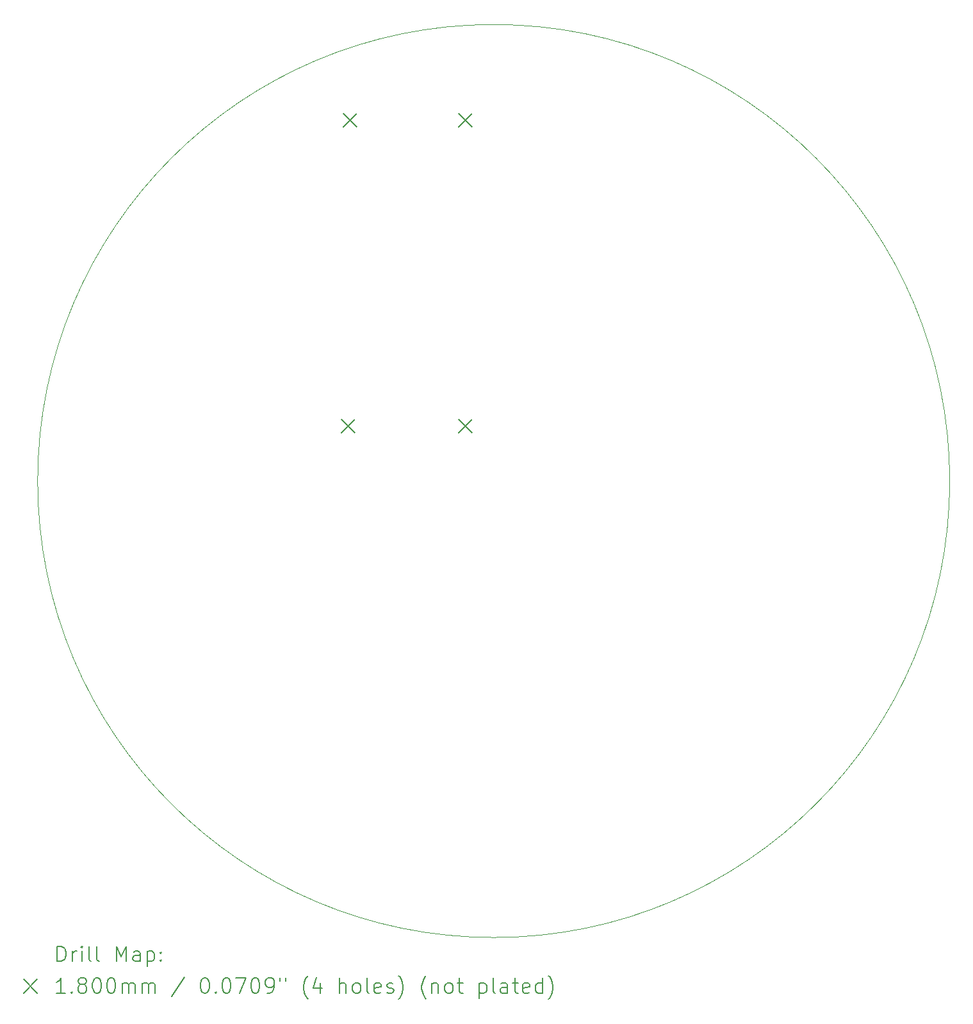
<source format=gbr>
%TF.GenerationSoftware,KiCad,Pcbnew,8.0.7*%
%TF.CreationDate,2024-12-23T22:21:44+05:30*%
%TF.ProjectId,PCB,5043422e-6b69-4636-9164-5f7063625858,rev?*%
%TF.SameCoordinates,Original*%
%TF.FileFunction,Drillmap*%
%TF.FilePolarity,Positive*%
%FSLAX45Y45*%
G04 Gerber Fmt 4.5, Leading zero omitted, Abs format (unit mm)*
G04 Created by KiCad (PCBNEW 8.0.7) date 2024-12-23 22:21:44*
%MOMM*%
%LPD*%
G01*
G04 APERTURE LIST*
%ADD10C,0.050000*%
%ADD11C,0.200000*%
%ADD12C,0.180000*%
G04 APERTURE END LIST*
D10*
X21250000Y-9350000D02*
G75*
G02*
X9194711Y-9350000I-6027645J0D01*
G01*
X9194711Y-9350000D02*
G75*
G02*
X21250000Y-9350000I6027645J0D01*
G01*
D11*
D12*
X13210600Y-8536000D02*
X13390600Y-8716000D01*
X13390600Y-8536000D02*
X13210600Y-8716000D01*
X13236000Y-4497400D02*
X13416000Y-4677400D01*
X13416000Y-4497400D02*
X13236000Y-4677400D01*
X14760000Y-4497400D02*
X14940000Y-4677400D01*
X14940000Y-4497400D02*
X14760000Y-4677400D01*
X14760000Y-8536000D02*
X14940000Y-8716000D01*
X14940000Y-8536000D02*
X14760000Y-8716000D01*
D11*
X9452988Y-15691628D02*
X9452988Y-15491628D01*
X9452988Y-15491628D02*
X9500607Y-15491628D01*
X9500607Y-15491628D02*
X9529178Y-15501152D01*
X9529178Y-15501152D02*
X9548226Y-15520200D01*
X9548226Y-15520200D02*
X9557750Y-15539247D01*
X9557750Y-15539247D02*
X9567273Y-15577343D01*
X9567273Y-15577343D02*
X9567273Y-15605914D01*
X9567273Y-15605914D02*
X9557750Y-15644009D01*
X9557750Y-15644009D02*
X9548226Y-15663057D01*
X9548226Y-15663057D02*
X9529178Y-15682105D01*
X9529178Y-15682105D02*
X9500607Y-15691628D01*
X9500607Y-15691628D02*
X9452988Y-15691628D01*
X9652988Y-15691628D02*
X9652988Y-15558295D01*
X9652988Y-15596390D02*
X9662511Y-15577343D01*
X9662511Y-15577343D02*
X9672035Y-15567819D01*
X9672035Y-15567819D02*
X9691083Y-15558295D01*
X9691083Y-15558295D02*
X9710131Y-15558295D01*
X9776797Y-15691628D02*
X9776797Y-15558295D01*
X9776797Y-15491628D02*
X9767273Y-15501152D01*
X9767273Y-15501152D02*
X9776797Y-15510676D01*
X9776797Y-15510676D02*
X9786321Y-15501152D01*
X9786321Y-15501152D02*
X9776797Y-15491628D01*
X9776797Y-15491628D02*
X9776797Y-15510676D01*
X9900607Y-15691628D02*
X9881559Y-15682105D01*
X9881559Y-15682105D02*
X9872035Y-15663057D01*
X9872035Y-15663057D02*
X9872035Y-15491628D01*
X10005369Y-15691628D02*
X9986321Y-15682105D01*
X9986321Y-15682105D02*
X9976797Y-15663057D01*
X9976797Y-15663057D02*
X9976797Y-15491628D01*
X10233940Y-15691628D02*
X10233940Y-15491628D01*
X10233940Y-15491628D02*
X10300607Y-15634485D01*
X10300607Y-15634485D02*
X10367273Y-15491628D01*
X10367273Y-15491628D02*
X10367273Y-15691628D01*
X10548226Y-15691628D02*
X10548226Y-15586866D01*
X10548226Y-15586866D02*
X10538702Y-15567819D01*
X10538702Y-15567819D02*
X10519654Y-15558295D01*
X10519654Y-15558295D02*
X10481559Y-15558295D01*
X10481559Y-15558295D02*
X10462511Y-15567819D01*
X10548226Y-15682105D02*
X10529178Y-15691628D01*
X10529178Y-15691628D02*
X10481559Y-15691628D01*
X10481559Y-15691628D02*
X10462511Y-15682105D01*
X10462511Y-15682105D02*
X10452988Y-15663057D01*
X10452988Y-15663057D02*
X10452988Y-15644009D01*
X10452988Y-15644009D02*
X10462511Y-15624962D01*
X10462511Y-15624962D02*
X10481559Y-15615438D01*
X10481559Y-15615438D02*
X10529178Y-15615438D01*
X10529178Y-15615438D02*
X10548226Y-15605914D01*
X10643464Y-15558295D02*
X10643464Y-15758295D01*
X10643464Y-15567819D02*
X10662511Y-15558295D01*
X10662511Y-15558295D02*
X10700607Y-15558295D01*
X10700607Y-15558295D02*
X10719654Y-15567819D01*
X10719654Y-15567819D02*
X10729178Y-15577343D01*
X10729178Y-15577343D02*
X10738702Y-15596390D01*
X10738702Y-15596390D02*
X10738702Y-15653533D01*
X10738702Y-15653533D02*
X10729178Y-15672581D01*
X10729178Y-15672581D02*
X10719654Y-15682105D01*
X10719654Y-15682105D02*
X10700607Y-15691628D01*
X10700607Y-15691628D02*
X10662511Y-15691628D01*
X10662511Y-15691628D02*
X10643464Y-15682105D01*
X10824416Y-15672581D02*
X10833940Y-15682105D01*
X10833940Y-15682105D02*
X10824416Y-15691628D01*
X10824416Y-15691628D02*
X10814892Y-15682105D01*
X10814892Y-15682105D02*
X10824416Y-15672581D01*
X10824416Y-15672581D02*
X10824416Y-15691628D01*
X10824416Y-15567819D02*
X10833940Y-15577343D01*
X10833940Y-15577343D02*
X10824416Y-15586866D01*
X10824416Y-15586866D02*
X10814892Y-15577343D01*
X10814892Y-15577343D02*
X10824416Y-15567819D01*
X10824416Y-15567819D02*
X10824416Y-15586866D01*
D12*
X9012211Y-15930145D02*
X9192211Y-16110145D01*
X9192211Y-15930145D02*
X9012211Y-16110145D01*
D11*
X9557750Y-16111628D02*
X9443464Y-16111628D01*
X9500607Y-16111628D02*
X9500607Y-15911628D01*
X9500607Y-15911628D02*
X9481559Y-15940200D01*
X9481559Y-15940200D02*
X9462511Y-15959247D01*
X9462511Y-15959247D02*
X9443464Y-15968771D01*
X9643464Y-16092581D02*
X9652988Y-16102105D01*
X9652988Y-16102105D02*
X9643464Y-16111628D01*
X9643464Y-16111628D02*
X9633940Y-16102105D01*
X9633940Y-16102105D02*
X9643464Y-16092581D01*
X9643464Y-16092581D02*
X9643464Y-16111628D01*
X9767273Y-15997343D02*
X9748226Y-15987819D01*
X9748226Y-15987819D02*
X9738702Y-15978295D01*
X9738702Y-15978295D02*
X9729178Y-15959247D01*
X9729178Y-15959247D02*
X9729178Y-15949724D01*
X9729178Y-15949724D02*
X9738702Y-15930676D01*
X9738702Y-15930676D02*
X9748226Y-15921152D01*
X9748226Y-15921152D02*
X9767273Y-15911628D01*
X9767273Y-15911628D02*
X9805369Y-15911628D01*
X9805369Y-15911628D02*
X9824416Y-15921152D01*
X9824416Y-15921152D02*
X9833940Y-15930676D01*
X9833940Y-15930676D02*
X9843464Y-15949724D01*
X9843464Y-15949724D02*
X9843464Y-15959247D01*
X9843464Y-15959247D02*
X9833940Y-15978295D01*
X9833940Y-15978295D02*
X9824416Y-15987819D01*
X9824416Y-15987819D02*
X9805369Y-15997343D01*
X9805369Y-15997343D02*
X9767273Y-15997343D01*
X9767273Y-15997343D02*
X9748226Y-16006866D01*
X9748226Y-16006866D02*
X9738702Y-16016390D01*
X9738702Y-16016390D02*
X9729178Y-16035438D01*
X9729178Y-16035438D02*
X9729178Y-16073533D01*
X9729178Y-16073533D02*
X9738702Y-16092581D01*
X9738702Y-16092581D02*
X9748226Y-16102105D01*
X9748226Y-16102105D02*
X9767273Y-16111628D01*
X9767273Y-16111628D02*
X9805369Y-16111628D01*
X9805369Y-16111628D02*
X9824416Y-16102105D01*
X9824416Y-16102105D02*
X9833940Y-16092581D01*
X9833940Y-16092581D02*
X9843464Y-16073533D01*
X9843464Y-16073533D02*
X9843464Y-16035438D01*
X9843464Y-16035438D02*
X9833940Y-16016390D01*
X9833940Y-16016390D02*
X9824416Y-16006866D01*
X9824416Y-16006866D02*
X9805369Y-15997343D01*
X9967273Y-15911628D02*
X9986321Y-15911628D01*
X9986321Y-15911628D02*
X10005369Y-15921152D01*
X10005369Y-15921152D02*
X10014892Y-15930676D01*
X10014892Y-15930676D02*
X10024416Y-15949724D01*
X10024416Y-15949724D02*
X10033940Y-15987819D01*
X10033940Y-15987819D02*
X10033940Y-16035438D01*
X10033940Y-16035438D02*
X10024416Y-16073533D01*
X10024416Y-16073533D02*
X10014892Y-16092581D01*
X10014892Y-16092581D02*
X10005369Y-16102105D01*
X10005369Y-16102105D02*
X9986321Y-16111628D01*
X9986321Y-16111628D02*
X9967273Y-16111628D01*
X9967273Y-16111628D02*
X9948226Y-16102105D01*
X9948226Y-16102105D02*
X9938702Y-16092581D01*
X9938702Y-16092581D02*
X9929178Y-16073533D01*
X9929178Y-16073533D02*
X9919654Y-16035438D01*
X9919654Y-16035438D02*
X9919654Y-15987819D01*
X9919654Y-15987819D02*
X9929178Y-15949724D01*
X9929178Y-15949724D02*
X9938702Y-15930676D01*
X9938702Y-15930676D02*
X9948226Y-15921152D01*
X9948226Y-15921152D02*
X9967273Y-15911628D01*
X10157750Y-15911628D02*
X10176797Y-15911628D01*
X10176797Y-15911628D02*
X10195845Y-15921152D01*
X10195845Y-15921152D02*
X10205369Y-15930676D01*
X10205369Y-15930676D02*
X10214892Y-15949724D01*
X10214892Y-15949724D02*
X10224416Y-15987819D01*
X10224416Y-15987819D02*
X10224416Y-16035438D01*
X10224416Y-16035438D02*
X10214892Y-16073533D01*
X10214892Y-16073533D02*
X10205369Y-16092581D01*
X10205369Y-16092581D02*
X10195845Y-16102105D01*
X10195845Y-16102105D02*
X10176797Y-16111628D01*
X10176797Y-16111628D02*
X10157750Y-16111628D01*
X10157750Y-16111628D02*
X10138702Y-16102105D01*
X10138702Y-16102105D02*
X10129178Y-16092581D01*
X10129178Y-16092581D02*
X10119654Y-16073533D01*
X10119654Y-16073533D02*
X10110131Y-16035438D01*
X10110131Y-16035438D02*
X10110131Y-15987819D01*
X10110131Y-15987819D02*
X10119654Y-15949724D01*
X10119654Y-15949724D02*
X10129178Y-15930676D01*
X10129178Y-15930676D02*
X10138702Y-15921152D01*
X10138702Y-15921152D02*
X10157750Y-15911628D01*
X10310131Y-16111628D02*
X10310131Y-15978295D01*
X10310131Y-15997343D02*
X10319654Y-15987819D01*
X10319654Y-15987819D02*
X10338702Y-15978295D01*
X10338702Y-15978295D02*
X10367273Y-15978295D01*
X10367273Y-15978295D02*
X10386321Y-15987819D01*
X10386321Y-15987819D02*
X10395845Y-16006866D01*
X10395845Y-16006866D02*
X10395845Y-16111628D01*
X10395845Y-16006866D02*
X10405369Y-15987819D01*
X10405369Y-15987819D02*
X10424416Y-15978295D01*
X10424416Y-15978295D02*
X10452988Y-15978295D01*
X10452988Y-15978295D02*
X10472035Y-15987819D01*
X10472035Y-15987819D02*
X10481559Y-16006866D01*
X10481559Y-16006866D02*
X10481559Y-16111628D01*
X10576797Y-16111628D02*
X10576797Y-15978295D01*
X10576797Y-15997343D02*
X10586321Y-15987819D01*
X10586321Y-15987819D02*
X10605369Y-15978295D01*
X10605369Y-15978295D02*
X10633940Y-15978295D01*
X10633940Y-15978295D02*
X10652988Y-15987819D01*
X10652988Y-15987819D02*
X10662512Y-16006866D01*
X10662512Y-16006866D02*
X10662512Y-16111628D01*
X10662512Y-16006866D02*
X10672035Y-15987819D01*
X10672035Y-15987819D02*
X10691083Y-15978295D01*
X10691083Y-15978295D02*
X10719654Y-15978295D01*
X10719654Y-15978295D02*
X10738702Y-15987819D01*
X10738702Y-15987819D02*
X10748226Y-16006866D01*
X10748226Y-16006866D02*
X10748226Y-16111628D01*
X11138702Y-15902105D02*
X10967274Y-16159247D01*
X11395845Y-15911628D02*
X11414893Y-15911628D01*
X11414893Y-15911628D02*
X11433940Y-15921152D01*
X11433940Y-15921152D02*
X11443464Y-15930676D01*
X11443464Y-15930676D02*
X11452988Y-15949724D01*
X11452988Y-15949724D02*
X11462512Y-15987819D01*
X11462512Y-15987819D02*
X11462512Y-16035438D01*
X11462512Y-16035438D02*
X11452988Y-16073533D01*
X11452988Y-16073533D02*
X11443464Y-16092581D01*
X11443464Y-16092581D02*
X11433940Y-16102105D01*
X11433940Y-16102105D02*
X11414893Y-16111628D01*
X11414893Y-16111628D02*
X11395845Y-16111628D01*
X11395845Y-16111628D02*
X11376797Y-16102105D01*
X11376797Y-16102105D02*
X11367273Y-16092581D01*
X11367273Y-16092581D02*
X11357750Y-16073533D01*
X11357750Y-16073533D02*
X11348226Y-16035438D01*
X11348226Y-16035438D02*
X11348226Y-15987819D01*
X11348226Y-15987819D02*
X11357750Y-15949724D01*
X11357750Y-15949724D02*
X11367273Y-15930676D01*
X11367273Y-15930676D02*
X11376797Y-15921152D01*
X11376797Y-15921152D02*
X11395845Y-15911628D01*
X11548226Y-16092581D02*
X11557750Y-16102105D01*
X11557750Y-16102105D02*
X11548226Y-16111628D01*
X11548226Y-16111628D02*
X11538702Y-16102105D01*
X11538702Y-16102105D02*
X11548226Y-16092581D01*
X11548226Y-16092581D02*
X11548226Y-16111628D01*
X11681559Y-15911628D02*
X11700607Y-15911628D01*
X11700607Y-15911628D02*
X11719654Y-15921152D01*
X11719654Y-15921152D02*
X11729178Y-15930676D01*
X11729178Y-15930676D02*
X11738702Y-15949724D01*
X11738702Y-15949724D02*
X11748226Y-15987819D01*
X11748226Y-15987819D02*
X11748226Y-16035438D01*
X11748226Y-16035438D02*
X11738702Y-16073533D01*
X11738702Y-16073533D02*
X11729178Y-16092581D01*
X11729178Y-16092581D02*
X11719654Y-16102105D01*
X11719654Y-16102105D02*
X11700607Y-16111628D01*
X11700607Y-16111628D02*
X11681559Y-16111628D01*
X11681559Y-16111628D02*
X11662512Y-16102105D01*
X11662512Y-16102105D02*
X11652988Y-16092581D01*
X11652988Y-16092581D02*
X11643464Y-16073533D01*
X11643464Y-16073533D02*
X11633940Y-16035438D01*
X11633940Y-16035438D02*
X11633940Y-15987819D01*
X11633940Y-15987819D02*
X11643464Y-15949724D01*
X11643464Y-15949724D02*
X11652988Y-15930676D01*
X11652988Y-15930676D02*
X11662512Y-15921152D01*
X11662512Y-15921152D02*
X11681559Y-15911628D01*
X11814893Y-15911628D02*
X11948226Y-15911628D01*
X11948226Y-15911628D02*
X11862512Y-16111628D01*
X12062512Y-15911628D02*
X12081559Y-15911628D01*
X12081559Y-15911628D02*
X12100607Y-15921152D01*
X12100607Y-15921152D02*
X12110131Y-15930676D01*
X12110131Y-15930676D02*
X12119654Y-15949724D01*
X12119654Y-15949724D02*
X12129178Y-15987819D01*
X12129178Y-15987819D02*
X12129178Y-16035438D01*
X12129178Y-16035438D02*
X12119654Y-16073533D01*
X12119654Y-16073533D02*
X12110131Y-16092581D01*
X12110131Y-16092581D02*
X12100607Y-16102105D01*
X12100607Y-16102105D02*
X12081559Y-16111628D01*
X12081559Y-16111628D02*
X12062512Y-16111628D01*
X12062512Y-16111628D02*
X12043464Y-16102105D01*
X12043464Y-16102105D02*
X12033940Y-16092581D01*
X12033940Y-16092581D02*
X12024416Y-16073533D01*
X12024416Y-16073533D02*
X12014893Y-16035438D01*
X12014893Y-16035438D02*
X12014893Y-15987819D01*
X12014893Y-15987819D02*
X12024416Y-15949724D01*
X12024416Y-15949724D02*
X12033940Y-15930676D01*
X12033940Y-15930676D02*
X12043464Y-15921152D01*
X12043464Y-15921152D02*
X12062512Y-15911628D01*
X12224416Y-16111628D02*
X12262512Y-16111628D01*
X12262512Y-16111628D02*
X12281559Y-16102105D01*
X12281559Y-16102105D02*
X12291083Y-16092581D01*
X12291083Y-16092581D02*
X12310131Y-16064009D01*
X12310131Y-16064009D02*
X12319654Y-16025914D01*
X12319654Y-16025914D02*
X12319654Y-15949724D01*
X12319654Y-15949724D02*
X12310131Y-15930676D01*
X12310131Y-15930676D02*
X12300607Y-15921152D01*
X12300607Y-15921152D02*
X12281559Y-15911628D01*
X12281559Y-15911628D02*
X12243464Y-15911628D01*
X12243464Y-15911628D02*
X12224416Y-15921152D01*
X12224416Y-15921152D02*
X12214893Y-15930676D01*
X12214893Y-15930676D02*
X12205369Y-15949724D01*
X12205369Y-15949724D02*
X12205369Y-15997343D01*
X12205369Y-15997343D02*
X12214893Y-16016390D01*
X12214893Y-16016390D02*
X12224416Y-16025914D01*
X12224416Y-16025914D02*
X12243464Y-16035438D01*
X12243464Y-16035438D02*
X12281559Y-16035438D01*
X12281559Y-16035438D02*
X12300607Y-16025914D01*
X12300607Y-16025914D02*
X12310131Y-16016390D01*
X12310131Y-16016390D02*
X12319654Y-15997343D01*
X12395845Y-15911628D02*
X12395845Y-15949724D01*
X12472035Y-15911628D02*
X12472035Y-15949724D01*
X12767274Y-16187819D02*
X12757750Y-16178295D01*
X12757750Y-16178295D02*
X12738702Y-16149724D01*
X12738702Y-16149724D02*
X12729178Y-16130676D01*
X12729178Y-16130676D02*
X12719655Y-16102105D01*
X12719655Y-16102105D02*
X12710131Y-16054485D01*
X12710131Y-16054485D02*
X12710131Y-16016390D01*
X12710131Y-16016390D02*
X12719655Y-15968771D01*
X12719655Y-15968771D02*
X12729178Y-15940200D01*
X12729178Y-15940200D02*
X12738702Y-15921152D01*
X12738702Y-15921152D02*
X12757750Y-15892581D01*
X12757750Y-15892581D02*
X12767274Y-15883057D01*
X12929178Y-15978295D02*
X12929178Y-16111628D01*
X12881559Y-15902105D02*
X12833940Y-16044962D01*
X12833940Y-16044962D02*
X12957750Y-16044962D01*
X13186321Y-16111628D02*
X13186321Y-15911628D01*
X13272036Y-16111628D02*
X13272036Y-16006866D01*
X13272036Y-16006866D02*
X13262512Y-15987819D01*
X13262512Y-15987819D02*
X13243464Y-15978295D01*
X13243464Y-15978295D02*
X13214893Y-15978295D01*
X13214893Y-15978295D02*
X13195845Y-15987819D01*
X13195845Y-15987819D02*
X13186321Y-15997343D01*
X13395845Y-16111628D02*
X13376797Y-16102105D01*
X13376797Y-16102105D02*
X13367274Y-16092581D01*
X13367274Y-16092581D02*
X13357750Y-16073533D01*
X13357750Y-16073533D02*
X13357750Y-16016390D01*
X13357750Y-16016390D02*
X13367274Y-15997343D01*
X13367274Y-15997343D02*
X13376797Y-15987819D01*
X13376797Y-15987819D02*
X13395845Y-15978295D01*
X13395845Y-15978295D02*
X13424417Y-15978295D01*
X13424417Y-15978295D02*
X13443464Y-15987819D01*
X13443464Y-15987819D02*
X13452988Y-15997343D01*
X13452988Y-15997343D02*
X13462512Y-16016390D01*
X13462512Y-16016390D02*
X13462512Y-16073533D01*
X13462512Y-16073533D02*
X13452988Y-16092581D01*
X13452988Y-16092581D02*
X13443464Y-16102105D01*
X13443464Y-16102105D02*
X13424417Y-16111628D01*
X13424417Y-16111628D02*
X13395845Y-16111628D01*
X13576797Y-16111628D02*
X13557750Y-16102105D01*
X13557750Y-16102105D02*
X13548226Y-16083057D01*
X13548226Y-16083057D02*
X13548226Y-15911628D01*
X13729178Y-16102105D02*
X13710131Y-16111628D01*
X13710131Y-16111628D02*
X13672036Y-16111628D01*
X13672036Y-16111628D02*
X13652988Y-16102105D01*
X13652988Y-16102105D02*
X13643464Y-16083057D01*
X13643464Y-16083057D02*
X13643464Y-16006866D01*
X13643464Y-16006866D02*
X13652988Y-15987819D01*
X13652988Y-15987819D02*
X13672036Y-15978295D01*
X13672036Y-15978295D02*
X13710131Y-15978295D01*
X13710131Y-15978295D02*
X13729178Y-15987819D01*
X13729178Y-15987819D02*
X13738702Y-16006866D01*
X13738702Y-16006866D02*
X13738702Y-16025914D01*
X13738702Y-16025914D02*
X13643464Y-16044962D01*
X13814893Y-16102105D02*
X13833940Y-16111628D01*
X13833940Y-16111628D02*
X13872036Y-16111628D01*
X13872036Y-16111628D02*
X13891083Y-16102105D01*
X13891083Y-16102105D02*
X13900607Y-16083057D01*
X13900607Y-16083057D02*
X13900607Y-16073533D01*
X13900607Y-16073533D02*
X13891083Y-16054485D01*
X13891083Y-16054485D02*
X13872036Y-16044962D01*
X13872036Y-16044962D02*
X13843464Y-16044962D01*
X13843464Y-16044962D02*
X13824417Y-16035438D01*
X13824417Y-16035438D02*
X13814893Y-16016390D01*
X13814893Y-16016390D02*
X13814893Y-16006866D01*
X13814893Y-16006866D02*
X13824417Y-15987819D01*
X13824417Y-15987819D02*
X13843464Y-15978295D01*
X13843464Y-15978295D02*
X13872036Y-15978295D01*
X13872036Y-15978295D02*
X13891083Y-15987819D01*
X13967274Y-16187819D02*
X13976798Y-16178295D01*
X13976798Y-16178295D02*
X13995845Y-16149724D01*
X13995845Y-16149724D02*
X14005369Y-16130676D01*
X14005369Y-16130676D02*
X14014893Y-16102105D01*
X14014893Y-16102105D02*
X14024417Y-16054485D01*
X14024417Y-16054485D02*
X14024417Y-16016390D01*
X14024417Y-16016390D02*
X14014893Y-15968771D01*
X14014893Y-15968771D02*
X14005369Y-15940200D01*
X14005369Y-15940200D02*
X13995845Y-15921152D01*
X13995845Y-15921152D02*
X13976798Y-15892581D01*
X13976798Y-15892581D02*
X13967274Y-15883057D01*
X14329179Y-16187819D02*
X14319655Y-16178295D01*
X14319655Y-16178295D02*
X14300607Y-16149724D01*
X14300607Y-16149724D02*
X14291083Y-16130676D01*
X14291083Y-16130676D02*
X14281559Y-16102105D01*
X14281559Y-16102105D02*
X14272036Y-16054485D01*
X14272036Y-16054485D02*
X14272036Y-16016390D01*
X14272036Y-16016390D02*
X14281559Y-15968771D01*
X14281559Y-15968771D02*
X14291083Y-15940200D01*
X14291083Y-15940200D02*
X14300607Y-15921152D01*
X14300607Y-15921152D02*
X14319655Y-15892581D01*
X14319655Y-15892581D02*
X14329179Y-15883057D01*
X14405369Y-15978295D02*
X14405369Y-16111628D01*
X14405369Y-15997343D02*
X14414893Y-15987819D01*
X14414893Y-15987819D02*
X14433940Y-15978295D01*
X14433940Y-15978295D02*
X14462512Y-15978295D01*
X14462512Y-15978295D02*
X14481559Y-15987819D01*
X14481559Y-15987819D02*
X14491083Y-16006866D01*
X14491083Y-16006866D02*
X14491083Y-16111628D01*
X14614893Y-16111628D02*
X14595845Y-16102105D01*
X14595845Y-16102105D02*
X14586321Y-16092581D01*
X14586321Y-16092581D02*
X14576798Y-16073533D01*
X14576798Y-16073533D02*
X14576798Y-16016390D01*
X14576798Y-16016390D02*
X14586321Y-15997343D01*
X14586321Y-15997343D02*
X14595845Y-15987819D01*
X14595845Y-15987819D02*
X14614893Y-15978295D01*
X14614893Y-15978295D02*
X14643464Y-15978295D01*
X14643464Y-15978295D02*
X14662512Y-15987819D01*
X14662512Y-15987819D02*
X14672036Y-15997343D01*
X14672036Y-15997343D02*
X14681559Y-16016390D01*
X14681559Y-16016390D02*
X14681559Y-16073533D01*
X14681559Y-16073533D02*
X14672036Y-16092581D01*
X14672036Y-16092581D02*
X14662512Y-16102105D01*
X14662512Y-16102105D02*
X14643464Y-16111628D01*
X14643464Y-16111628D02*
X14614893Y-16111628D01*
X14738702Y-15978295D02*
X14814893Y-15978295D01*
X14767274Y-15911628D02*
X14767274Y-16083057D01*
X14767274Y-16083057D02*
X14776798Y-16102105D01*
X14776798Y-16102105D02*
X14795845Y-16111628D01*
X14795845Y-16111628D02*
X14814893Y-16111628D01*
X15033940Y-15978295D02*
X15033940Y-16178295D01*
X15033940Y-15987819D02*
X15052988Y-15978295D01*
X15052988Y-15978295D02*
X15091083Y-15978295D01*
X15091083Y-15978295D02*
X15110131Y-15987819D01*
X15110131Y-15987819D02*
X15119655Y-15997343D01*
X15119655Y-15997343D02*
X15129179Y-16016390D01*
X15129179Y-16016390D02*
X15129179Y-16073533D01*
X15129179Y-16073533D02*
X15119655Y-16092581D01*
X15119655Y-16092581D02*
X15110131Y-16102105D01*
X15110131Y-16102105D02*
X15091083Y-16111628D01*
X15091083Y-16111628D02*
X15052988Y-16111628D01*
X15052988Y-16111628D02*
X15033940Y-16102105D01*
X15243464Y-16111628D02*
X15224417Y-16102105D01*
X15224417Y-16102105D02*
X15214893Y-16083057D01*
X15214893Y-16083057D02*
X15214893Y-15911628D01*
X15405369Y-16111628D02*
X15405369Y-16006866D01*
X15405369Y-16006866D02*
X15395845Y-15987819D01*
X15395845Y-15987819D02*
X15376798Y-15978295D01*
X15376798Y-15978295D02*
X15338702Y-15978295D01*
X15338702Y-15978295D02*
X15319655Y-15987819D01*
X15405369Y-16102105D02*
X15386321Y-16111628D01*
X15386321Y-16111628D02*
X15338702Y-16111628D01*
X15338702Y-16111628D02*
X15319655Y-16102105D01*
X15319655Y-16102105D02*
X15310131Y-16083057D01*
X15310131Y-16083057D02*
X15310131Y-16064009D01*
X15310131Y-16064009D02*
X15319655Y-16044962D01*
X15319655Y-16044962D02*
X15338702Y-16035438D01*
X15338702Y-16035438D02*
X15386321Y-16035438D01*
X15386321Y-16035438D02*
X15405369Y-16025914D01*
X15472036Y-15978295D02*
X15548226Y-15978295D01*
X15500607Y-15911628D02*
X15500607Y-16083057D01*
X15500607Y-16083057D02*
X15510131Y-16102105D01*
X15510131Y-16102105D02*
X15529179Y-16111628D01*
X15529179Y-16111628D02*
X15548226Y-16111628D01*
X15691083Y-16102105D02*
X15672036Y-16111628D01*
X15672036Y-16111628D02*
X15633940Y-16111628D01*
X15633940Y-16111628D02*
X15614893Y-16102105D01*
X15614893Y-16102105D02*
X15605369Y-16083057D01*
X15605369Y-16083057D02*
X15605369Y-16006866D01*
X15605369Y-16006866D02*
X15614893Y-15987819D01*
X15614893Y-15987819D02*
X15633940Y-15978295D01*
X15633940Y-15978295D02*
X15672036Y-15978295D01*
X15672036Y-15978295D02*
X15691083Y-15987819D01*
X15691083Y-15987819D02*
X15700607Y-16006866D01*
X15700607Y-16006866D02*
X15700607Y-16025914D01*
X15700607Y-16025914D02*
X15605369Y-16044962D01*
X15872036Y-16111628D02*
X15872036Y-15911628D01*
X15872036Y-16102105D02*
X15852988Y-16111628D01*
X15852988Y-16111628D02*
X15814893Y-16111628D01*
X15814893Y-16111628D02*
X15795845Y-16102105D01*
X15795845Y-16102105D02*
X15786321Y-16092581D01*
X15786321Y-16092581D02*
X15776798Y-16073533D01*
X15776798Y-16073533D02*
X15776798Y-16016390D01*
X15776798Y-16016390D02*
X15786321Y-15997343D01*
X15786321Y-15997343D02*
X15795845Y-15987819D01*
X15795845Y-15987819D02*
X15814893Y-15978295D01*
X15814893Y-15978295D02*
X15852988Y-15978295D01*
X15852988Y-15978295D02*
X15872036Y-15987819D01*
X15948226Y-16187819D02*
X15957750Y-16178295D01*
X15957750Y-16178295D02*
X15976798Y-16149724D01*
X15976798Y-16149724D02*
X15986321Y-16130676D01*
X15986321Y-16130676D02*
X15995845Y-16102105D01*
X15995845Y-16102105D02*
X16005369Y-16054485D01*
X16005369Y-16054485D02*
X16005369Y-16016390D01*
X16005369Y-16016390D02*
X15995845Y-15968771D01*
X15995845Y-15968771D02*
X15986321Y-15940200D01*
X15986321Y-15940200D02*
X15976798Y-15921152D01*
X15976798Y-15921152D02*
X15957750Y-15892581D01*
X15957750Y-15892581D02*
X15948226Y-15883057D01*
M02*

</source>
